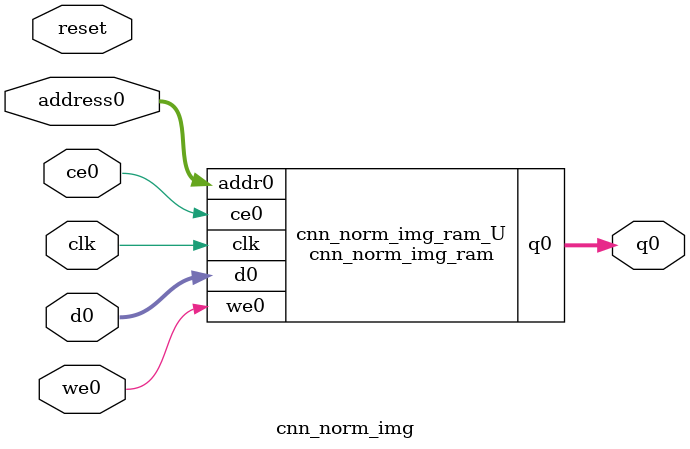
<source format=v>
`timescale 1 ns / 1 ps
module cnn_norm_img_ram (addr0, ce0, d0, we0, q0,  clk);

parameter DWIDTH = 32;
parameter AWIDTH = 10;
parameter MEM_SIZE = 784;

input[AWIDTH-1:0] addr0;
input ce0;
input[DWIDTH-1:0] d0;
input we0;
output reg[DWIDTH-1:0] q0;
input clk;

(* ram_style = "block" *)reg [DWIDTH-1:0] ram[0:MEM_SIZE-1];




always @(posedge clk)  
begin 
    if (ce0) 
    begin
        if (we0) 
        begin 
            ram[addr0] <= d0; 
        end 
        q0 <= ram[addr0];
    end
end


endmodule

`timescale 1 ns / 1 ps
module cnn_norm_img(
    reset,
    clk,
    address0,
    ce0,
    we0,
    d0,
    q0);

parameter DataWidth = 32'd32;
parameter AddressRange = 32'd784;
parameter AddressWidth = 32'd10;
input reset;
input clk;
input[AddressWidth - 1:0] address0;
input ce0;
input we0;
input[DataWidth - 1:0] d0;
output[DataWidth - 1:0] q0;



cnn_norm_img_ram cnn_norm_img_ram_U(
    .clk( clk ),
    .addr0( address0 ),
    .ce0( ce0 ),
    .we0( we0 ),
    .d0( d0 ),
    .q0( q0 ));

endmodule


</source>
